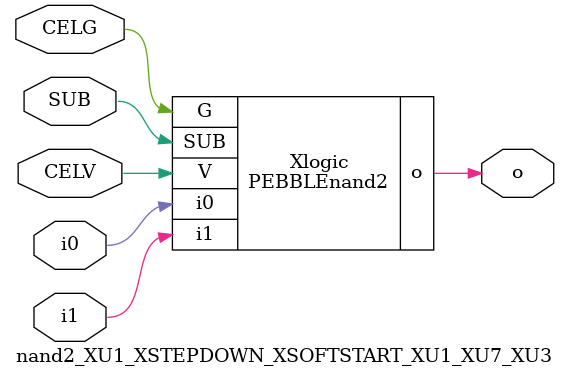
<source format=v>



module PEBBLEnand2 ( o, G, SUB, V, i0, i1 );

  input i0;
  input V;
  input i1;
  input G;
  output o;
  input SUB;
endmodule

//Celera Confidential Do Not Copy nand2_XU1_XSTEPDOWN_XSOFTSTART_XU1_XU7_XU3
//Celera Confidential Symbol Generator
//5V NAND2
module nand2_XU1_XSTEPDOWN_XSOFTSTART_XU1_XU7_XU3 (CELV,CELG,i0,i1,o,SUB);
input CELV;
input CELG;
input i0;
input i1;
input SUB;
output o;

//Celera Confidential Do Not Copy nand2
PEBBLEnand2 Xlogic(
.V (CELV),
.i0 (i0),
.i1 (i1),
.o (o),
.SUB (SUB),
.G (CELG)
);
//,diesize,PEBBLEnand2

//Celera Confidential Do Not Copy Module End
//Celera Schematic Generator
endmodule

</source>
